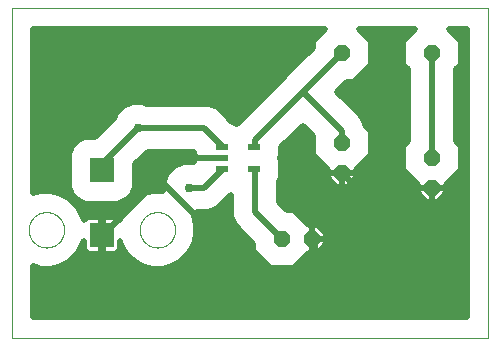
<source format=gtl>
G75*
%MOIN*%
%OFA0B0*%
%FSLAX25Y25*%
%IPPOS*%
%LPD*%
%AMOC8*
5,1,8,0,0,1.08239X$1,22.5*
%
%ADD10C,0.00000*%
%ADD11OC8,0.05200*%
%ADD12R,0.04331X0.02362*%
%ADD13R,0.08268X0.08268*%
%ADD14C,0.02000*%
%ADD15C,0.02978*%
D10*
X0002000Y0002000D02*
X0002000Y0111961D01*
X0160701Y0111961D01*
X0160701Y0002000D01*
X0002000Y0002000D01*
X0007590Y0037984D02*
X0007592Y0038137D01*
X0007598Y0038291D01*
X0007608Y0038444D01*
X0007622Y0038596D01*
X0007640Y0038749D01*
X0007662Y0038900D01*
X0007687Y0039051D01*
X0007717Y0039202D01*
X0007751Y0039352D01*
X0007788Y0039500D01*
X0007829Y0039648D01*
X0007874Y0039794D01*
X0007923Y0039940D01*
X0007976Y0040084D01*
X0008032Y0040226D01*
X0008092Y0040367D01*
X0008156Y0040507D01*
X0008223Y0040645D01*
X0008294Y0040781D01*
X0008369Y0040915D01*
X0008446Y0041047D01*
X0008528Y0041177D01*
X0008612Y0041305D01*
X0008700Y0041431D01*
X0008791Y0041554D01*
X0008885Y0041675D01*
X0008983Y0041793D01*
X0009083Y0041909D01*
X0009187Y0042022D01*
X0009293Y0042133D01*
X0009402Y0042241D01*
X0009514Y0042346D01*
X0009628Y0042447D01*
X0009746Y0042546D01*
X0009865Y0042642D01*
X0009987Y0042735D01*
X0010112Y0042824D01*
X0010239Y0042911D01*
X0010368Y0042993D01*
X0010499Y0043073D01*
X0010632Y0043149D01*
X0010767Y0043222D01*
X0010904Y0043291D01*
X0011043Y0043356D01*
X0011183Y0043418D01*
X0011325Y0043476D01*
X0011468Y0043531D01*
X0011613Y0043582D01*
X0011759Y0043629D01*
X0011906Y0043672D01*
X0012054Y0043711D01*
X0012203Y0043747D01*
X0012353Y0043778D01*
X0012504Y0043806D01*
X0012655Y0043830D01*
X0012808Y0043850D01*
X0012960Y0043866D01*
X0013113Y0043878D01*
X0013266Y0043886D01*
X0013419Y0043890D01*
X0013573Y0043890D01*
X0013726Y0043886D01*
X0013879Y0043878D01*
X0014032Y0043866D01*
X0014184Y0043850D01*
X0014337Y0043830D01*
X0014488Y0043806D01*
X0014639Y0043778D01*
X0014789Y0043747D01*
X0014938Y0043711D01*
X0015086Y0043672D01*
X0015233Y0043629D01*
X0015379Y0043582D01*
X0015524Y0043531D01*
X0015667Y0043476D01*
X0015809Y0043418D01*
X0015949Y0043356D01*
X0016088Y0043291D01*
X0016225Y0043222D01*
X0016360Y0043149D01*
X0016493Y0043073D01*
X0016624Y0042993D01*
X0016753Y0042911D01*
X0016880Y0042824D01*
X0017005Y0042735D01*
X0017127Y0042642D01*
X0017246Y0042546D01*
X0017364Y0042447D01*
X0017478Y0042346D01*
X0017590Y0042241D01*
X0017699Y0042133D01*
X0017805Y0042022D01*
X0017909Y0041909D01*
X0018009Y0041793D01*
X0018107Y0041675D01*
X0018201Y0041554D01*
X0018292Y0041431D01*
X0018380Y0041305D01*
X0018464Y0041177D01*
X0018546Y0041047D01*
X0018623Y0040915D01*
X0018698Y0040781D01*
X0018769Y0040645D01*
X0018836Y0040507D01*
X0018900Y0040367D01*
X0018960Y0040226D01*
X0019016Y0040084D01*
X0019069Y0039940D01*
X0019118Y0039794D01*
X0019163Y0039648D01*
X0019204Y0039500D01*
X0019241Y0039352D01*
X0019275Y0039202D01*
X0019305Y0039051D01*
X0019330Y0038900D01*
X0019352Y0038749D01*
X0019370Y0038596D01*
X0019384Y0038444D01*
X0019394Y0038291D01*
X0019400Y0038137D01*
X0019402Y0037984D01*
X0019400Y0037831D01*
X0019394Y0037677D01*
X0019384Y0037524D01*
X0019370Y0037372D01*
X0019352Y0037219D01*
X0019330Y0037068D01*
X0019305Y0036917D01*
X0019275Y0036766D01*
X0019241Y0036616D01*
X0019204Y0036468D01*
X0019163Y0036320D01*
X0019118Y0036174D01*
X0019069Y0036028D01*
X0019016Y0035884D01*
X0018960Y0035742D01*
X0018900Y0035601D01*
X0018836Y0035461D01*
X0018769Y0035323D01*
X0018698Y0035187D01*
X0018623Y0035053D01*
X0018546Y0034921D01*
X0018464Y0034791D01*
X0018380Y0034663D01*
X0018292Y0034537D01*
X0018201Y0034414D01*
X0018107Y0034293D01*
X0018009Y0034175D01*
X0017909Y0034059D01*
X0017805Y0033946D01*
X0017699Y0033835D01*
X0017590Y0033727D01*
X0017478Y0033622D01*
X0017364Y0033521D01*
X0017246Y0033422D01*
X0017127Y0033326D01*
X0017005Y0033233D01*
X0016880Y0033144D01*
X0016753Y0033057D01*
X0016624Y0032975D01*
X0016493Y0032895D01*
X0016360Y0032819D01*
X0016225Y0032746D01*
X0016088Y0032677D01*
X0015949Y0032612D01*
X0015809Y0032550D01*
X0015667Y0032492D01*
X0015524Y0032437D01*
X0015379Y0032386D01*
X0015233Y0032339D01*
X0015086Y0032296D01*
X0014938Y0032257D01*
X0014789Y0032221D01*
X0014639Y0032190D01*
X0014488Y0032162D01*
X0014337Y0032138D01*
X0014184Y0032118D01*
X0014032Y0032102D01*
X0013879Y0032090D01*
X0013726Y0032082D01*
X0013573Y0032078D01*
X0013419Y0032078D01*
X0013266Y0032082D01*
X0013113Y0032090D01*
X0012960Y0032102D01*
X0012808Y0032118D01*
X0012655Y0032138D01*
X0012504Y0032162D01*
X0012353Y0032190D01*
X0012203Y0032221D01*
X0012054Y0032257D01*
X0011906Y0032296D01*
X0011759Y0032339D01*
X0011613Y0032386D01*
X0011468Y0032437D01*
X0011325Y0032492D01*
X0011183Y0032550D01*
X0011043Y0032612D01*
X0010904Y0032677D01*
X0010767Y0032746D01*
X0010632Y0032819D01*
X0010499Y0032895D01*
X0010368Y0032975D01*
X0010239Y0033057D01*
X0010112Y0033144D01*
X0009987Y0033233D01*
X0009865Y0033326D01*
X0009746Y0033422D01*
X0009628Y0033521D01*
X0009514Y0033622D01*
X0009402Y0033727D01*
X0009293Y0033835D01*
X0009187Y0033946D01*
X0009083Y0034059D01*
X0008983Y0034175D01*
X0008885Y0034293D01*
X0008791Y0034414D01*
X0008700Y0034537D01*
X0008612Y0034663D01*
X0008528Y0034791D01*
X0008446Y0034921D01*
X0008369Y0035053D01*
X0008294Y0035187D01*
X0008223Y0035323D01*
X0008156Y0035461D01*
X0008092Y0035601D01*
X0008032Y0035742D01*
X0007976Y0035884D01*
X0007923Y0036028D01*
X0007874Y0036174D01*
X0007829Y0036320D01*
X0007788Y0036468D01*
X0007751Y0036616D01*
X0007717Y0036766D01*
X0007687Y0036917D01*
X0007662Y0037068D01*
X0007640Y0037219D01*
X0007622Y0037372D01*
X0007608Y0037524D01*
X0007598Y0037677D01*
X0007592Y0037831D01*
X0007590Y0037984D01*
X0044598Y0037984D02*
X0044600Y0038137D01*
X0044606Y0038291D01*
X0044616Y0038444D01*
X0044630Y0038596D01*
X0044648Y0038749D01*
X0044670Y0038900D01*
X0044695Y0039051D01*
X0044725Y0039202D01*
X0044759Y0039352D01*
X0044796Y0039500D01*
X0044837Y0039648D01*
X0044882Y0039794D01*
X0044931Y0039940D01*
X0044984Y0040084D01*
X0045040Y0040226D01*
X0045100Y0040367D01*
X0045164Y0040507D01*
X0045231Y0040645D01*
X0045302Y0040781D01*
X0045377Y0040915D01*
X0045454Y0041047D01*
X0045536Y0041177D01*
X0045620Y0041305D01*
X0045708Y0041431D01*
X0045799Y0041554D01*
X0045893Y0041675D01*
X0045991Y0041793D01*
X0046091Y0041909D01*
X0046195Y0042022D01*
X0046301Y0042133D01*
X0046410Y0042241D01*
X0046522Y0042346D01*
X0046636Y0042447D01*
X0046754Y0042546D01*
X0046873Y0042642D01*
X0046995Y0042735D01*
X0047120Y0042824D01*
X0047247Y0042911D01*
X0047376Y0042993D01*
X0047507Y0043073D01*
X0047640Y0043149D01*
X0047775Y0043222D01*
X0047912Y0043291D01*
X0048051Y0043356D01*
X0048191Y0043418D01*
X0048333Y0043476D01*
X0048476Y0043531D01*
X0048621Y0043582D01*
X0048767Y0043629D01*
X0048914Y0043672D01*
X0049062Y0043711D01*
X0049211Y0043747D01*
X0049361Y0043778D01*
X0049512Y0043806D01*
X0049663Y0043830D01*
X0049816Y0043850D01*
X0049968Y0043866D01*
X0050121Y0043878D01*
X0050274Y0043886D01*
X0050427Y0043890D01*
X0050581Y0043890D01*
X0050734Y0043886D01*
X0050887Y0043878D01*
X0051040Y0043866D01*
X0051192Y0043850D01*
X0051345Y0043830D01*
X0051496Y0043806D01*
X0051647Y0043778D01*
X0051797Y0043747D01*
X0051946Y0043711D01*
X0052094Y0043672D01*
X0052241Y0043629D01*
X0052387Y0043582D01*
X0052532Y0043531D01*
X0052675Y0043476D01*
X0052817Y0043418D01*
X0052957Y0043356D01*
X0053096Y0043291D01*
X0053233Y0043222D01*
X0053368Y0043149D01*
X0053501Y0043073D01*
X0053632Y0042993D01*
X0053761Y0042911D01*
X0053888Y0042824D01*
X0054013Y0042735D01*
X0054135Y0042642D01*
X0054254Y0042546D01*
X0054372Y0042447D01*
X0054486Y0042346D01*
X0054598Y0042241D01*
X0054707Y0042133D01*
X0054813Y0042022D01*
X0054917Y0041909D01*
X0055017Y0041793D01*
X0055115Y0041675D01*
X0055209Y0041554D01*
X0055300Y0041431D01*
X0055388Y0041305D01*
X0055472Y0041177D01*
X0055554Y0041047D01*
X0055631Y0040915D01*
X0055706Y0040781D01*
X0055777Y0040645D01*
X0055844Y0040507D01*
X0055908Y0040367D01*
X0055968Y0040226D01*
X0056024Y0040084D01*
X0056077Y0039940D01*
X0056126Y0039794D01*
X0056171Y0039648D01*
X0056212Y0039500D01*
X0056249Y0039352D01*
X0056283Y0039202D01*
X0056313Y0039051D01*
X0056338Y0038900D01*
X0056360Y0038749D01*
X0056378Y0038596D01*
X0056392Y0038444D01*
X0056402Y0038291D01*
X0056408Y0038137D01*
X0056410Y0037984D01*
X0056408Y0037831D01*
X0056402Y0037677D01*
X0056392Y0037524D01*
X0056378Y0037372D01*
X0056360Y0037219D01*
X0056338Y0037068D01*
X0056313Y0036917D01*
X0056283Y0036766D01*
X0056249Y0036616D01*
X0056212Y0036468D01*
X0056171Y0036320D01*
X0056126Y0036174D01*
X0056077Y0036028D01*
X0056024Y0035884D01*
X0055968Y0035742D01*
X0055908Y0035601D01*
X0055844Y0035461D01*
X0055777Y0035323D01*
X0055706Y0035187D01*
X0055631Y0035053D01*
X0055554Y0034921D01*
X0055472Y0034791D01*
X0055388Y0034663D01*
X0055300Y0034537D01*
X0055209Y0034414D01*
X0055115Y0034293D01*
X0055017Y0034175D01*
X0054917Y0034059D01*
X0054813Y0033946D01*
X0054707Y0033835D01*
X0054598Y0033727D01*
X0054486Y0033622D01*
X0054372Y0033521D01*
X0054254Y0033422D01*
X0054135Y0033326D01*
X0054013Y0033233D01*
X0053888Y0033144D01*
X0053761Y0033057D01*
X0053632Y0032975D01*
X0053501Y0032895D01*
X0053368Y0032819D01*
X0053233Y0032746D01*
X0053096Y0032677D01*
X0052957Y0032612D01*
X0052817Y0032550D01*
X0052675Y0032492D01*
X0052532Y0032437D01*
X0052387Y0032386D01*
X0052241Y0032339D01*
X0052094Y0032296D01*
X0051946Y0032257D01*
X0051797Y0032221D01*
X0051647Y0032190D01*
X0051496Y0032162D01*
X0051345Y0032138D01*
X0051192Y0032118D01*
X0051040Y0032102D01*
X0050887Y0032090D01*
X0050734Y0032082D01*
X0050581Y0032078D01*
X0050427Y0032078D01*
X0050274Y0032082D01*
X0050121Y0032090D01*
X0049968Y0032102D01*
X0049816Y0032118D01*
X0049663Y0032138D01*
X0049512Y0032162D01*
X0049361Y0032190D01*
X0049211Y0032221D01*
X0049062Y0032257D01*
X0048914Y0032296D01*
X0048767Y0032339D01*
X0048621Y0032386D01*
X0048476Y0032437D01*
X0048333Y0032492D01*
X0048191Y0032550D01*
X0048051Y0032612D01*
X0047912Y0032677D01*
X0047775Y0032746D01*
X0047640Y0032819D01*
X0047507Y0032895D01*
X0047376Y0032975D01*
X0047247Y0033057D01*
X0047120Y0033144D01*
X0046995Y0033233D01*
X0046873Y0033326D01*
X0046754Y0033422D01*
X0046636Y0033521D01*
X0046522Y0033622D01*
X0046410Y0033727D01*
X0046301Y0033835D01*
X0046195Y0033946D01*
X0046091Y0034059D01*
X0045991Y0034175D01*
X0045893Y0034293D01*
X0045799Y0034414D01*
X0045708Y0034537D01*
X0045620Y0034663D01*
X0045536Y0034791D01*
X0045454Y0034921D01*
X0045377Y0035053D01*
X0045302Y0035187D01*
X0045231Y0035323D01*
X0045164Y0035461D01*
X0045100Y0035601D01*
X0045040Y0035742D01*
X0044984Y0035884D01*
X0044931Y0036028D01*
X0044882Y0036174D01*
X0044837Y0036320D01*
X0044796Y0036468D01*
X0044759Y0036616D01*
X0044725Y0036766D01*
X0044695Y0036917D01*
X0044670Y0037068D01*
X0044648Y0037219D01*
X0044630Y0037372D01*
X0044616Y0037524D01*
X0044606Y0037677D01*
X0044600Y0037831D01*
X0044598Y0037984D01*
D11*
X0092000Y0035000D03*
X0102000Y0035000D03*
X0112000Y0057000D03*
X0112000Y0067000D03*
X0142000Y0062000D03*
X0142000Y0052000D03*
X0142000Y0097000D03*
X0112000Y0097000D03*
D12*
X0082630Y0065740D03*
X0082630Y0058260D03*
X0072000Y0058260D03*
X0072000Y0062000D03*
X0072000Y0065740D03*
D13*
X0032000Y0057827D03*
X0032000Y0036173D03*
D14*
X0032000Y0036000D02*
X0051000Y0055000D01*
X0085000Y0021000D01*
X0103000Y0021000D01*
X0118000Y0021000D01*
X0130000Y0033000D01*
X0130000Y0039000D01*
X0112000Y0057000D01*
X0116600Y0057000D01*
X0116600Y0058024D01*
X0121600Y0063024D01*
X0121600Y0070976D01*
X0120000Y0072576D01*
X0120000Y0072591D01*
X0118782Y0075532D01*
X0116532Y0077782D01*
X0110314Y0084000D01*
X0113714Y0087400D01*
X0115976Y0087400D01*
X0121600Y0093024D01*
X0121600Y0100976D01*
X0117616Y0104961D01*
X0136384Y0104961D01*
X0132400Y0100976D01*
X0132400Y0093024D01*
X0134000Y0091424D01*
X0134000Y0067576D01*
X0132400Y0065976D01*
X0132400Y0058024D01*
X0137400Y0053024D01*
X0137400Y0052000D01*
X0142000Y0052000D01*
X0146600Y0052000D01*
X0146600Y0053024D01*
X0151600Y0058024D01*
X0151600Y0065976D01*
X0150000Y0067576D01*
X0150000Y0091424D01*
X0151600Y0093024D01*
X0151600Y0100976D01*
X0147616Y0104961D01*
X0153701Y0104961D01*
X0153701Y0009000D01*
X0009000Y0009000D01*
X0009000Y0025828D01*
X0011797Y0025079D01*
X0015195Y0025079D01*
X0018477Y0025958D01*
X0021420Y0027657D01*
X0023823Y0030060D01*
X0025522Y0033003D01*
X0025866Y0034287D01*
X0025866Y0031776D01*
X0026002Y0031267D01*
X0026266Y0030811D01*
X0026638Y0030439D01*
X0027094Y0030176D01*
X0027603Y0030039D01*
X0031622Y0030039D01*
X0031622Y0035795D01*
X0032378Y0035795D01*
X0032378Y0030039D01*
X0036397Y0030039D01*
X0036906Y0030176D01*
X0037362Y0030439D01*
X0037734Y0030811D01*
X0037998Y0031267D01*
X0038134Y0031776D01*
X0038134Y0034287D01*
X0038478Y0033003D01*
X0040177Y0030060D01*
X0042580Y0027657D01*
X0045523Y0025958D01*
X0048805Y0025079D01*
X0052203Y0025079D01*
X0055485Y0025958D01*
X0058428Y0027657D01*
X0060831Y0030060D01*
X0062530Y0033003D01*
X0063409Y0036285D01*
X0063409Y0039683D01*
X0062530Y0042966D01*
X0062215Y0043511D01*
X0062689Y0043511D01*
X0063869Y0044000D01*
X0067591Y0044000D01*
X0070532Y0045218D01*
X0075000Y0049686D01*
X0075000Y0042409D01*
X0076218Y0039468D01*
X0082400Y0033286D01*
X0082400Y0031024D01*
X0088024Y0025400D01*
X0095976Y0025400D01*
X0100976Y0030400D01*
X0102000Y0030400D01*
X0103905Y0030400D01*
X0106600Y0033095D01*
X0106600Y0035000D01*
X0106600Y0036905D01*
X0103905Y0039600D01*
X0102000Y0039600D01*
X0102000Y0035000D01*
X0103000Y0034000D01*
X0103000Y0021000D01*
X0097495Y0026918D02*
X0153701Y0026918D01*
X0153701Y0024920D02*
X0009000Y0024920D01*
X0009000Y0022921D02*
X0153701Y0022921D01*
X0153701Y0020923D02*
X0009000Y0020923D01*
X0009000Y0018924D02*
X0153701Y0018924D01*
X0153701Y0016926D02*
X0009000Y0016926D01*
X0009000Y0014927D02*
X0153701Y0014927D01*
X0153701Y0012929D02*
X0009000Y0012929D01*
X0009000Y0010930D02*
X0153701Y0010930D01*
X0153701Y0028917D02*
X0099493Y0028917D01*
X0102000Y0030400D02*
X0102000Y0035000D01*
X0106600Y0035000D01*
X0102000Y0035000D01*
X0102000Y0035000D01*
X0102000Y0035000D01*
X0102000Y0030400D01*
X0102000Y0030915D02*
X0102000Y0030915D01*
X0102000Y0032914D02*
X0102000Y0032914D01*
X0102000Y0034912D02*
X0102000Y0034912D01*
X0102000Y0035000D02*
X0102000Y0035000D01*
X0102000Y0039600D01*
X0100976Y0039600D01*
X0095976Y0044600D01*
X0093714Y0044600D01*
X0091000Y0047314D01*
X0091000Y0053766D01*
X0091795Y0055686D01*
X0091795Y0060833D01*
X0091312Y0062000D01*
X0091795Y0063167D01*
X0091795Y0065482D01*
X0099000Y0072686D01*
X0102400Y0069286D01*
X0102400Y0063024D01*
X0107400Y0058024D01*
X0107400Y0057000D01*
X0112000Y0057000D01*
X0112000Y0057000D01*
X0116600Y0057000D01*
X0116600Y0055095D01*
X0113905Y0052400D01*
X0112000Y0052400D01*
X0112000Y0057000D01*
X0112000Y0057000D01*
X0112000Y0057000D01*
X0107400Y0057000D01*
X0107400Y0055095D01*
X0110095Y0052400D01*
X0112000Y0052400D01*
X0112000Y0057000D01*
X0112000Y0056896D02*
X0112000Y0056896D01*
X0112000Y0054897D02*
X0112000Y0054897D01*
X0112000Y0052899D02*
X0112000Y0052899D01*
X0109596Y0052899D02*
X0091000Y0052899D01*
X0091000Y0050900D02*
X0137400Y0050900D01*
X0137400Y0050095D02*
X0140095Y0047400D01*
X0142000Y0047400D01*
X0143905Y0047400D01*
X0146600Y0050095D01*
X0146600Y0052000D01*
X0142000Y0052000D01*
X0142000Y0052000D01*
X0142000Y0047400D01*
X0142000Y0052000D01*
X0142000Y0052000D01*
X0142000Y0052000D01*
X0137400Y0052000D01*
X0137400Y0050095D01*
X0138593Y0048902D02*
X0091000Y0048902D01*
X0091410Y0046903D02*
X0153701Y0046903D01*
X0153701Y0048902D02*
X0145407Y0048902D01*
X0146600Y0050900D02*
X0153701Y0050900D01*
X0153701Y0052899D02*
X0146600Y0052899D01*
X0148474Y0054897D02*
X0153701Y0054897D01*
X0153701Y0056896D02*
X0150472Y0056896D01*
X0151600Y0058894D02*
X0153701Y0058894D01*
X0153701Y0060893D02*
X0151600Y0060893D01*
X0151600Y0062891D02*
X0153701Y0062891D01*
X0153701Y0064890D02*
X0151600Y0064890D01*
X0150688Y0066888D02*
X0153701Y0066888D01*
X0153701Y0068887D02*
X0150000Y0068887D01*
X0150000Y0070885D02*
X0153701Y0070885D01*
X0153701Y0072884D02*
X0150000Y0072884D01*
X0150000Y0074882D02*
X0153701Y0074882D01*
X0153701Y0076881D02*
X0150000Y0076881D01*
X0150000Y0078879D02*
X0153701Y0078879D01*
X0153701Y0080878D02*
X0150000Y0080878D01*
X0150000Y0082876D02*
X0153701Y0082876D01*
X0153701Y0084875D02*
X0150000Y0084875D01*
X0150000Y0086873D02*
X0153701Y0086873D01*
X0153701Y0088872D02*
X0150000Y0088872D01*
X0150000Y0090870D02*
X0153701Y0090870D01*
X0153701Y0092869D02*
X0151445Y0092869D01*
X0151600Y0094868D02*
X0153701Y0094868D01*
X0153701Y0096866D02*
X0151600Y0096866D01*
X0151600Y0098865D02*
X0153701Y0098865D01*
X0153701Y0100863D02*
X0151600Y0100863D01*
X0149715Y0102862D02*
X0153701Y0102862D01*
X0153701Y0104860D02*
X0147716Y0104860D01*
X0142000Y0096000D02*
X0142000Y0062000D01*
X0135526Y0054897D02*
X0116403Y0054897D01*
X0116600Y0056896D02*
X0133528Y0056896D01*
X0132400Y0058894D02*
X0117471Y0058894D01*
X0119469Y0060893D02*
X0132400Y0060893D01*
X0132400Y0062891D02*
X0121468Y0062891D01*
X0121600Y0064890D02*
X0132400Y0064890D01*
X0133312Y0066888D02*
X0121600Y0066888D01*
X0121600Y0068887D02*
X0134000Y0068887D01*
X0134000Y0070885D02*
X0121600Y0070885D01*
X0119879Y0072884D02*
X0134000Y0072884D01*
X0134000Y0074882D02*
X0119051Y0074882D01*
X0117433Y0076881D02*
X0134000Y0076881D01*
X0134000Y0078879D02*
X0115434Y0078879D01*
X0113436Y0080878D02*
X0134000Y0080878D01*
X0134000Y0082876D02*
X0111437Y0082876D01*
X0111189Y0084875D02*
X0134000Y0084875D01*
X0134000Y0086873D02*
X0113187Y0086873D01*
X0117448Y0088872D02*
X0134000Y0088872D01*
X0134000Y0090870D02*
X0119447Y0090870D01*
X0121445Y0092869D02*
X0132555Y0092869D01*
X0132400Y0094868D02*
X0121600Y0094868D01*
X0121600Y0096866D02*
X0132400Y0096866D01*
X0132400Y0098865D02*
X0121600Y0098865D01*
X0121600Y0100863D02*
X0132400Y0100863D01*
X0134285Y0102862D02*
X0119715Y0102862D01*
X0117716Y0104860D02*
X0136284Y0104860D01*
X0112000Y0097000D02*
X0099000Y0084000D01*
X0112000Y0071000D01*
X0112000Y0067000D01*
X0104531Y0060893D02*
X0091771Y0060893D01*
X0091795Y0058894D02*
X0106529Y0058894D01*
X0107400Y0056896D02*
X0091795Y0056896D01*
X0091468Y0054897D02*
X0107597Y0054897D01*
X0114404Y0052899D02*
X0137400Y0052899D01*
X0142000Y0051000D02*
X0142000Y0045000D01*
X0130000Y0033000D01*
X0142000Y0048902D02*
X0142000Y0048902D01*
X0142000Y0050900D02*
X0142000Y0050900D01*
X0153701Y0044905D02*
X0093409Y0044905D01*
X0097670Y0042906D02*
X0153701Y0042906D01*
X0153701Y0040908D02*
X0099669Y0040908D01*
X0102000Y0038909D02*
X0102000Y0038909D01*
X0102000Y0036911D02*
X0102000Y0036911D01*
X0104596Y0038909D02*
X0153701Y0038909D01*
X0153701Y0036911D02*
X0106595Y0036911D01*
X0106600Y0034912D02*
X0153701Y0034912D01*
X0153701Y0032914D02*
X0106419Y0032914D01*
X0104421Y0030915D02*
X0153701Y0030915D01*
X0102532Y0062891D02*
X0091681Y0062891D01*
X0091795Y0064890D02*
X0102400Y0064890D01*
X0102400Y0066888D02*
X0093202Y0066888D01*
X0095201Y0068887D02*
X0102400Y0068887D01*
X0100801Y0070885D02*
X0097199Y0070885D01*
X0084564Y0080878D02*
X0009000Y0080878D01*
X0009000Y0078879D02*
X0038874Y0078879D01*
X0039191Y0079197D02*
X0036803Y0076809D01*
X0036314Y0075628D01*
X0029647Y0068961D01*
X0026474Y0068961D01*
X0023901Y0067895D01*
X0021932Y0065926D01*
X0020866Y0063353D01*
X0020866Y0052301D01*
X0021932Y0049728D01*
X0023901Y0047759D01*
X0026474Y0046693D01*
X0037526Y0046693D01*
X0040099Y0047759D01*
X0042068Y0049728D01*
X0043134Y0052301D01*
X0043134Y0059820D01*
X0047314Y0064000D01*
X0062686Y0064000D01*
X0062835Y0063852D01*
X0062835Y0063167D01*
X0063318Y0062000D01*
X0062835Y0060833D01*
X0062835Y0060428D01*
X0062689Y0060489D01*
X0059311Y0060489D01*
X0056191Y0059197D01*
X0053803Y0056809D01*
X0052511Y0053689D01*
X0052511Y0050807D01*
X0052203Y0050890D01*
X0048805Y0050890D01*
X0045523Y0050010D01*
X0042580Y0048311D01*
X0040177Y0045908D01*
X0038478Y0042966D01*
X0037980Y0041109D01*
X0037734Y0041535D01*
X0037362Y0041907D01*
X0036906Y0042171D01*
X0036397Y0042307D01*
X0032378Y0042307D01*
X0032378Y0036551D01*
X0031622Y0036551D01*
X0031622Y0042307D01*
X0027603Y0042307D01*
X0027094Y0042171D01*
X0026638Y0041907D01*
X0026266Y0041535D01*
X0026020Y0041109D01*
X0025522Y0042966D01*
X0023823Y0045908D01*
X0021420Y0048311D01*
X0018477Y0050010D01*
X0015195Y0050890D01*
X0011797Y0050890D01*
X0009000Y0050140D01*
X0009000Y0104961D01*
X0106384Y0104961D01*
X0102400Y0100976D01*
X0102400Y0098714D01*
X0094468Y0090782D01*
X0092218Y0088532D01*
X0092218Y0088532D01*
X0077007Y0073321D01*
X0075558Y0073921D01*
X0075392Y0073921D01*
X0070532Y0078782D01*
X0067591Y0080000D01*
X0046869Y0080000D01*
X0045689Y0080489D01*
X0042311Y0080489D01*
X0039191Y0079197D01*
X0036876Y0076881D02*
X0009000Y0076881D01*
X0009000Y0074882D02*
X0035569Y0074882D01*
X0033570Y0072884D02*
X0009000Y0072884D01*
X0009000Y0070885D02*
X0031572Y0070885D01*
X0026296Y0068887D02*
X0009000Y0068887D01*
X0009000Y0066888D02*
X0022894Y0066888D01*
X0021503Y0064890D02*
X0009000Y0064890D01*
X0009000Y0062891D02*
X0020866Y0062891D01*
X0020866Y0060893D02*
X0009000Y0060893D01*
X0009000Y0058894D02*
X0020866Y0058894D01*
X0020866Y0056896D02*
X0009000Y0056896D01*
X0009000Y0054897D02*
X0020866Y0054897D01*
X0020866Y0052899D02*
X0009000Y0052899D01*
X0009000Y0050900D02*
X0021446Y0050900D01*
X0020397Y0048902D02*
X0022758Y0048902D01*
X0022828Y0046903D02*
X0025966Y0046903D01*
X0024403Y0044905D02*
X0039597Y0044905D01*
X0038462Y0042906D02*
X0025538Y0042906D01*
X0031622Y0040908D02*
X0032378Y0040908D01*
X0032378Y0038909D02*
X0031622Y0038909D01*
X0031622Y0036911D02*
X0032378Y0036911D01*
X0032378Y0034912D02*
X0031622Y0034912D01*
X0031622Y0032914D02*
X0032378Y0032914D01*
X0032378Y0030915D02*
X0031622Y0030915D01*
X0026206Y0030915D02*
X0024317Y0030915D01*
X0025471Y0032914D02*
X0025866Y0032914D01*
X0022680Y0028917D02*
X0041320Y0028917D01*
X0039683Y0030915D02*
X0037794Y0030915D01*
X0038134Y0032914D02*
X0038529Y0032914D01*
X0043860Y0026918D02*
X0020140Y0026918D01*
X0038034Y0046903D02*
X0041172Y0046903D01*
X0041242Y0048902D02*
X0043603Y0048902D01*
X0042554Y0050900D02*
X0052511Y0050900D01*
X0052511Y0052899D02*
X0043134Y0052899D01*
X0043134Y0054897D02*
X0053012Y0054897D01*
X0051000Y0055000D02*
X0058000Y0062000D01*
X0072000Y0062000D01*
X0072000Y0066000D02*
X0066000Y0072000D01*
X0044000Y0072000D01*
X0032000Y0060000D01*
X0032000Y0057000D01*
X0043134Y0056896D02*
X0053891Y0056896D01*
X0055889Y0058894D02*
X0043134Y0058894D01*
X0044207Y0060893D02*
X0062859Y0060893D01*
X0062949Y0062891D02*
X0046205Y0062891D01*
X0062000Y0052000D02*
X0066000Y0052000D01*
X0072000Y0058000D01*
X0083000Y0058000D02*
X0083000Y0044000D01*
X0092000Y0035000D01*
X0084507Y0028917D02*
X0059687Y0028917D01*
X0061325Y0030915D02*
X0082508Y0030915D01*
X0082400Y0032914D02*
X0062478Y0032914D01*
X0063042Y0034912D02*
X0080774Y0034912D01*
X0078776Y0036911D02*
X0063409Y0036911D01*
X0063409Y0038909D02*
X0076777Y0038909D01*
X0075622Y0040908D02*
X0063081Y0040908D01*
X0062546Y0042906D02*
X0075000Y0042906D01*
X0075000Y0044905D02*
X0069775Y0044905D01*
X0072217Y0046903D02*
X0075000Y0046903D01*
X0075000Y0048902D02*
X0074215Y0048902D01*
X0083000Y0066000D02*
X0083000Y0068000D01*
X0099000Y0084000D01*
X0092558Y0088872D02*
X0009000Y0088872D01*
X0009000Y0086873D02*
X0090560Y0086873D01*
X0088561Y0084875D02*
X0009000Y0084875D01*
X0009000Y0082876D02*
X0086563Y0082876D01*
X0082566Y0078879D02*
X0070297Y0078879D01*
X0072433Y0076881D02*
X0080567Y0076881D01*
X0078569Y0074882D02*
X0074431Y0074882D01*
X0094557Y0090870D02*
X0009000Y0090870D01*
X0009000Y0092869D02*
X0096555Y0092869D01*
X0098554Y0094868D02*
X0009000Y0094868D01*
X0009000Y0096866D02*
X0100552Y0096866D01*
X0102400Y0098865D02*
X0009000Y0098865D01*
X0009000Y0100863D02*
X0102400Y0100863D01*
X0104285Y0102862D02*
X0009000Y0102862D01*
X0009000Y0104860D02*
X0106284Y0104860D01*
X0086505Y0026918D02*
X0057148Y0026918D01*
D15*
X0061000Y0052000D03*
X0044000Y0072000D03*
M02*

</source>
